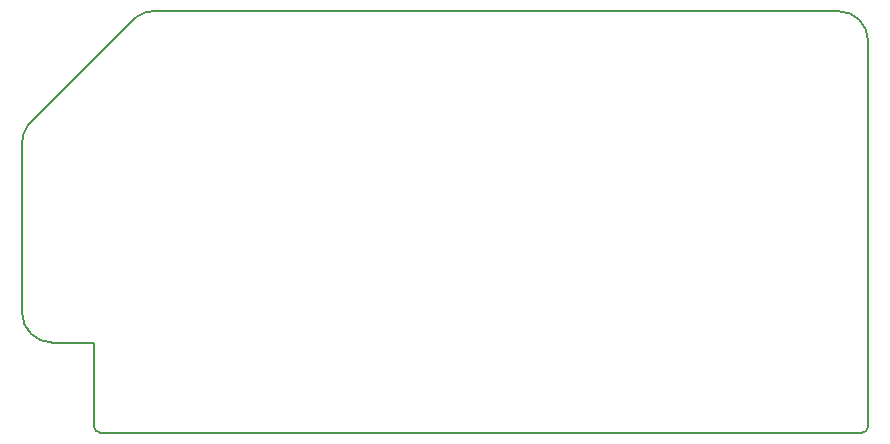
<source format=gm1>
G04 #@! TF.GenerationSoftware,KiCad,Pcbnew,(5.1.5-0-10_14)*
G04 #@! TF.CreationDate,2020-09-30T01:12:27-04:00*
G04 #@! TF.ProjectId,RAM128,52414d31-3238-42e6-9b69-6361645f7063,rev?*
G04 #@! TF.SameCoordinates,Original*
G04 #@! TF.FileFunction,Profile,NP*
%FSLAX46Y46*%
G04 Gerber Fmt 4.6, Leading zero omitted, Abs format (unit mm)*
G04 Created by KiCad (PCBNEW (5.1.5-0-10_14)) date 2020-09-30 01:12:27*
%MOMM*%
%LPD*%
G04 APERTURE LIST*
%ADD10C,0.150000*%
G04 APERTURE END LIST*
D10*
X139446000Y-106553000D02*
X139446000Y-132080000D01*
X68326001Y-113664999D02*
X77470000Y-104521000D01*
X67818000Y-115189000D02*
X67818000Y-129540000D01*
X77470000Y-104521000D02*
G75*
G02X78994000Y-104013000I1524000J-2032000D01*
G01*
X78994000Y-104013000D02*
X136906000Y-104013000D01*
X70358000Y-132080000D02*
X73914000Y-132080000D01*
X68326001Y-113664999D02*
G75*
G03X67818000Y-115189000I2031999J-1524001D01*
G01*
X136906000Y-104013000D02*
G75*
G02X139446000Y-106553000I0J-2540000D01*
G01*
X139446000Y-132080000D02*
X139446000Y-139192000D01*
X70358000Y-132080000D02*
G75*
G02X67818000Y-129540000I0J2540000D01*
G01*
X73914000Y-132080000D02*
X73914000Y-139192000D01*
X139446000Y-139192000D02*
G75*
G02X138938000Y-139700000I-508000J0D01*
G01*
X74422000Y-139700000D02*
G75*
G02X73914000Y-139192000I0J508000D01*
G01*
X138938000Y-139700000D02*
X74422000Y-139700000D01*
M02*

</source>
